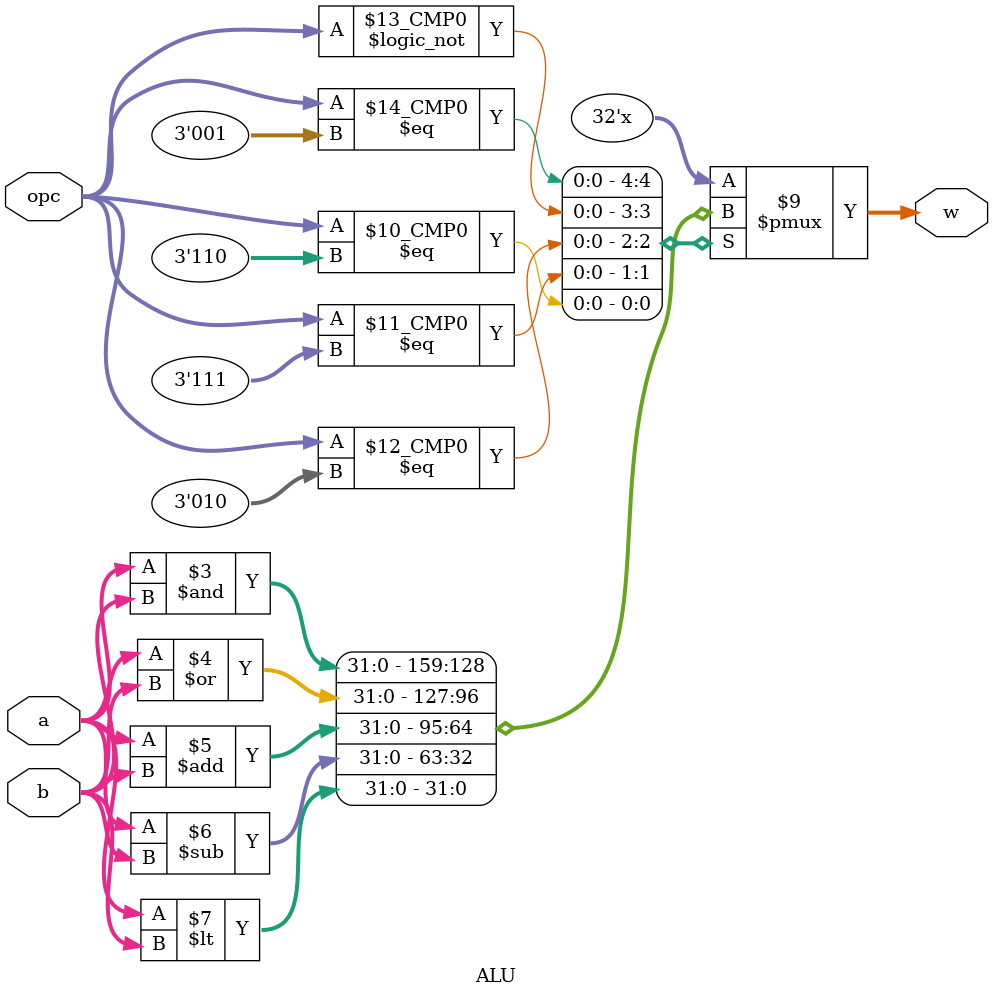
<source format=v>
`timescale 1ns/1ns

module adder(input [31 : 0] x, input[31:0]y, output [31 : 0] z);
  assign z = x+y;
endmodule

module is_equal(input [31 : 0] a, input[31:0]b, output out);
  assign out = (a == b);
endmodule

module PC(input clk, rst, pc_write, input [31 : 0] pc_in, output reg [31 : 0] pc_out);
  always @(posedge clk, posedge rst) begin
    if(rst)
      pc_out <= 32'b0;
    else if(pc_write)
      pc_out <= pc_in;
    else
      pc_out <= pc_out;
  end
endmodule

module inst_memory(address, read_data);
  input [31:0] address;
  output[31:0] read_data;
  
  reg [7:0] data_memory [0:1023];
  
  initial begin
    //instructions go here
	// data_memory[0] = 8'b10001100;//lw R2 0(R0)
	// data_memory[1] = 8'b00000010;
	// data_memory[2] = 8'b00000000;
	// data_memory[3] = 8'b00000000;
	// data_memory[4] = 8'b10001100;//lw R3 4(R0)
	// data_memory[5] = 8'b00000011;
	// data_memory[6] = 8'b00000000;
	// data_memory[7] = 8'b00000100;
	// data_memory[8] = 8'b10001100;//lw R6 8(R0)
	// data_memory[9] = 8'b00000110;
	// data_memory[10] = 8'b00000000;
	// data_memory[11] = 8'b00001000;
	// data_memory[12] = 8'b10001100;//lw R7 12(R0)
	// data_memory[13] = 8'b00000111;
	// data_memory[14] = 8'b00000000;
	// data_memory[15] = 8'b00001100;
	// data_memory[16] = 8'b10001100;//lw R4 0(R2)  LABEL
	// data_memory[17] = 8'b01000100;
	// data_memory[18] = 8'b00000000;
	// data_memory[19] = 8'b00000000;
	// data_memory[20] = 8'b00000000;//add R2, R6, R2
	// data_memory[21] = 8'b01000110;
	// data_memory[22] = 8'b00010000;
	// data_memory[23] = 8'b00000010;
	// data_memory[24] = 8'b00000000;//sub R3, R7, R3
	// data_memory[25] = 8'b01100111;
	// data_memory[26] = 8'b00011000;
	// data_memory[27] = 8'b00000110;
	// data_memory[28] = 8'b00000000;//slt R1, R4, R5
	// data_memory[29] = 8'b00100100;
	// data_memory[30] = 8'b00101000;
	// data_memory[31] = 8'b00000111;
	// data_memory[32] = 8'b00000000;//nop
	// data_memory[33] = 8'b00000000;
	// data_memory[34] = 8'b00000000;
	// data_memory[35] = 8'b00000000;
	// data_memory[36] = 8'b00000000;//nop
	// data_memory[37] = 8'b00000000;
	// data_memory[38] = 8'b00000000;
	// data_memory[39] = 8'b00000000;
	// data_memory[40] = 8'b00010000;//beq R0, R5, 1
	// data_memory[41] = 8'b00000101;
	// data_memory[42] = 8'b00000000;
	// data_memory[43] = 8'b00000001;
	// data_memory[44] = 8'b00000000;//add R4, R0, R1
	// data_memory[45] = 8'b10000000;
	// data_memory[46] = 8'b00001000;
	// data_memory[47] = 8'b00000010;
	// data_memory[48] = 8'b00010100;//bne R0, R3, 1
	// data_memory[49] = 8'b00000011;
	// data_memory[50] = 8'b11111111;
	// data_memory[51] = 8'b11110111;
	// data_memory[52] = 8'b10101100;//sw R0, R1, 0
	// data_memory[53] = 8'b00000001;
	// data_memory[54] = 8'b00000000;
	// data_memory[55] = 8'b00000000;
  end
  
  assign read_data = {data_memory[address], data_memory[address + 1], data_memory[address + 2], data_memory[address + 3]};
  
endmodule

module data_memory(clk, mem_write, mem_read, address, write_data, read_data);
  input clk, mem_read, mem_write;
  input [31:0] write_data, address;
  output[31:0] read_data;
  
  integer i;
  reg [7:0] data_memory [0:2067];
  

  always @ (posedge clk) begin
    if (mem_write)begin
      data_memory [address] <= write_data[31 : 24];
      data_memory [address + 1] <= write_data[24 : 16];
      data_memory [address + 2] <= write_data[15 : 8];
      data_memory [address + 3] <= write_data[7 : 0];
    end
  end
  initial begin
	for (i = 0; i < 1024 ; i = i + 1)
        	data_memory [i] = 0;
	data_memory[0] = 8'b0;
	data_memory[1] = 8'b0;
	data_memory[2] = 8'b00000011;
	data_memory[3] = 8'b11101000;
	data_memory[4] = 8'b0;
	data_memory[5] = 8'b0;
	data_memory[6] = 8'b0;
	data_memory[7] = 8'b00000100;
	data_memory[8] = 8'b0;
	data_memory[9] = 8'b0;
	data_memory[10] = 8'b0;
	data_memory[11] = 8'b00000100;
	data_memory[12] = 8'b0;
	data_memory[13] = 8'b0;
	data_memory[14] = 8'b0;
	data_memory[15] = 8'b00000001;


	data_memory[1000] = 8'b0;
	data_memory[1001] = 8'b0;
	data_memory[1002] = 8'b0;
	data_memory[1003] = 8'd110;

	data_memory[1004] = 8'b0;
	data_memory[1005] = 8'b0;
	data_memory[1006] = 8'b0;
	data_memory[1007] = 8'd7;

	data_memory[1008] = 8'b0;
	data_memory[1009] = 8'b0;
	data_memory[1010] = 8'b0;
	data_memory[1011] = 8'd3;

	data_memory[1012] = 8'b0;
	data_memory[1013] = 8'b0;
	data_memory[1014] = 8'b0;
	data_memory[1015] = 8'd4;

	data_memory[1016] = 8'b0;
	data_memory[1017] = 8'b0;
	data_memory[1018] = 8'b0;
	data_memory[1019] = 8'd5;
  end
  
  assign read_data = (mem_read) ? {data_memory[address], data_memory[address + 1], data_memory[address + 2], data_memory[address + 3]} : 32'bz;
  
endmodule

module hazard(input [4 : 0] ID_Rs, ID_Rt, EX_Rt, input EX_mem_read, output reg controller_enable, IF_ID_enable, pc_write);
	always @(ID_Rs, ID_Rt, EX_Rt, EX_mem_read) begin
		if((EX_mem_read == 1) & (ID_Rs == EX_Rt | ID_Rt == EX_Rt))
			{controller_enable,IF_ID_enable,pc_write} = 3'b0;
		else
			{controller_enable,IF_ID_enable,pc_write} = 3'b1;
	end
endmodule

module forward(input [4 : 0] EX_Rs, M_Rd, EX_Rt, WB_Rd, input EX_reg_write, M_reg_write, WB_reg_write, output reg [1 : 0] sel1, sel2);
	wire m_forward, wb_forward;
	assign m_forward = (EX_reg_write === 1'b1) & (M_reg_write === 1'b1);
	assign wb_forward = (EX_reg_write === 1'd1) & (WB_reg_write === 1'd1);
	always @(EX_Rs, M_Rd, EX_Rt, WB_Rd, EX_reg_write, M_reg_write, WB_reg_write)begin
		if(m_forward & (EX_Rs === M_Rd))
			sel1 = (M_Rd == 0) ? 0 : 2'd2;
		else if(wb_forward & (EX_Rs === WB_Rd))
			sel1 = (WB_Rd == 0) ? 0 : 2'd1;
		else
			sel1 = 2'd0;
		if(m_forward & (EX_Rt === M_Rd))
			sel2 = (M_Rd == 0) ? 0 : 2'd2;
		else if(wb_forward & (EX_Rt === WB_Rd))
			sel2 = (WB_Rd == 0) ? 0 : 2'd1;
		else
			sel2 = 2'd0;
	end
endmodule

module EX_M_reg(input clk, rst, input [31 : 0] alu_in, reg2_read_in, input [4 : 0] regdst_out_in, 
  input mem_read_in, mem_write_in, reg_write_in,
  mem_to_reg_in,
  output reg [31 : 0] reg1_read_out, reg2_read_out, mem_address_out
  , output reg [4 : 0] rt_out, rd_out, rs_out, output reg mem_read_out,
   mem_write_out, reg_write_out, mem_to_reg_out, output reg [31 : 0] alu_out,
   output reg [4 : 0] regdst_out_out);
   
endmodule

module ALU(input [31 : 0] a, b, input [2 : 0] opc, output reg [31 : 0] w);
  always @(opc, a, b) begin
    case(opc)
      1: w = a & b;
      0: w = a | b;
      2: w = a + b;
      7: w = a - b;
      6: w = (a < b);
      default w = 32'bz;
    endcase
  end
endmodule
</source>
